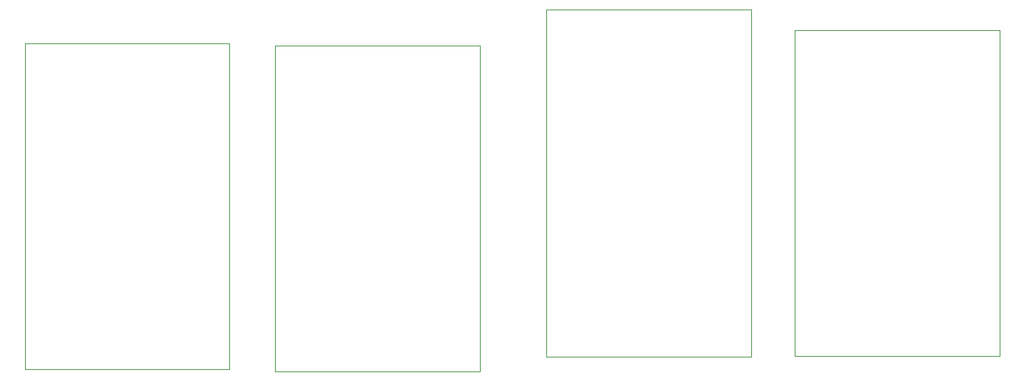
<source format=gbr>
%TF.GenerationSoftware,KiCad,Pcbnew,(6.0.5)*%
%TF.CreationDate,2023-04-25T20:10:58+03:00*%
%TF.ProjectId,AT90USB162,41543930-5553-4423-9136-322e6b696361,rev?*%
%TF.SameCoordinates,Original*%
%TF.FileFunction,Profile,NP*%
%FSLAX46Y46*%
G04 Gerber Fmt 4.6, Leading zero omitted, Abs format (unit mm)*
G04 Created by KiCad (PCBNEW (6.0.5)) date 2023-04-25 20:10:58*
%MOMM*%
%LPD*%
G01*
G04 APERTURE LIST*
%TA.AperFunction,Profile*%
%ADD10C,0.100000*%
%TD*%
G04 APERTURE END LIST*
D10*
X149875000Y-112500000D02*
X173375000Y-112500000D01*
X173375000Y-112500000D02*
X173375000Y-75000000D01*
X173375000Y-75000000D02*
X149875000Y-75000000D01*
X149875000Y-75000000D02*
X149875000Y-112500000D01*
X61455000Y-113950000D02*
X84955000Y-113950000D01*
X84955000Y-113950000D02*
X84955000Y-76450000D01*
X84955000Y-76450000D02*
X61455000Y-76450000D01*
X61455000Y-76450000D02*
X61455000Y-113950000D01*
X121369000Y-112562000D02*
X144869000Y-112562000D01*
X144869000Y-112562000D02*
X144869000Y-72562000D01*
X144869000Y-72562000D02*
X121369000Y-72562000D01*
X121369000Y-72562000D02*
X121369000Y-112562000D01*
X90216500Y-114249500D02*
X113716500Y-114249500D01*
X113716500Y-114249500D02*
X113716500Y-76749500D01*
X113716500Y-76749500D02*
X90216500Y-76749500D01*
X90216500Y-76749500D02*
X90216500Y-114249500D01*
M02*

</source>
